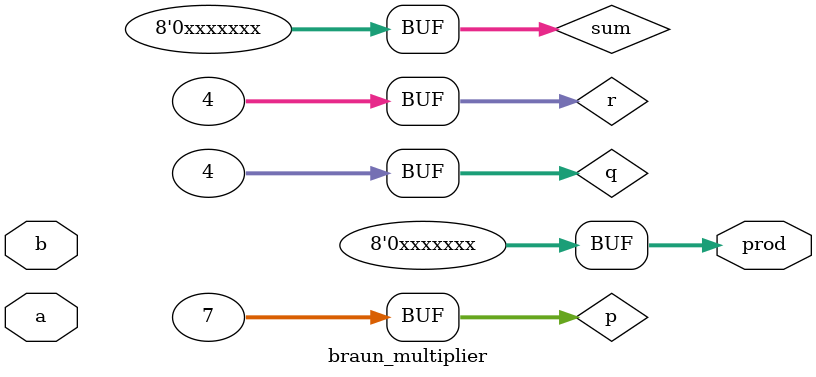
<source format=v>
/*module half_adder(
    input  a, // First input
    input  b, // Second input
    output sum, // Sum output
    output carry // Carry output
);
  assign sum = a ^ b; // Sum is XOR of inputs
  assign carry = a & b; // Carry is AND of inputs
endmodule

module full_adder(
    input  a, // First input
    input  b, // Second input
    input  cin, // Carry-in input
    output sum, // Sum output
    output cout // Carry-out output
);
  wire s1, c1, c2; // Intermediate wires

  half_adder HA1(.a(a), .b(b), .sum(s1), .carry(c1)); // First half adder
  half_adder HA2(.a(s1), .b(cin), .sum(sum), .carry(c2)); // Second half adder

  assign cout = c1 | c2; // Final carry-out is OR of both carries
endmodule
*/
module braun_multiplier #(parameter n = 4)(
    input  [n-1:0]   a, // n-bit input a
    input  [n-1:0]   b, // n-bit input b
    output [2*n-1:0] prod  // 2n-bit output product
);

  wire [n-1:0] partial_products [n-1:0]; // Partial products
  reg [2*n-1:0] sum = 0;          // Intermediate sums starting with 0

  // Generate partial products
  genvar i, j;
  generate
    for (i = 0; i < n; i = i + 1) begin
      for (j = 0; j < n; j = j + 1) begin
        assign partial_products[i][j] = a[i] & b[j];
      end
    end
  endgenerate

//  assign p[0] = partial_products[0][0]; // First bit of product

  // first row has only half adders
  integer p, q, r;

  always@(*) begin
    for (p = 0; p < 2*n-1; p = p + 1) begin
      for (q = 0; q < n; q = q + 1) begin
        for (r = 0; r < n; r = r + 1) begin
          if (p == q + r) begin
            sum[p] = sum[p] + partial_products[q][r];
          end
        end
      end
    end
  end

  assign prod = sum; // Assign final product
endmodule

</source>
